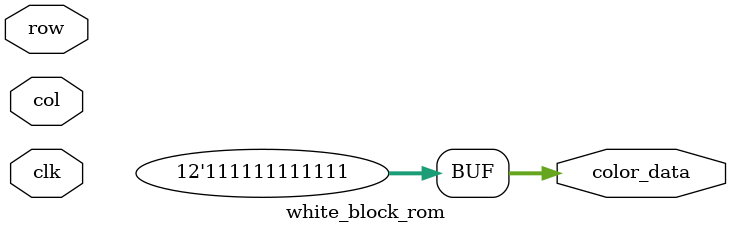
<source format=v>
`timescale 1ns / 1ps

module white_block_rom(
    input wire clk,
	input wire [3:0] row,
	input wire [2:0] col,
	output reg [11:0] color_data
    );
  (* rom_style = "block" *)
  
	reg [3:0] row_reg;
	reg [2:0] col_reg;

	always @(posedge clk)
		begin
		row_reg <= row;
		col_reg <= col;
		end
	always @*
	casez ({row_reg, col_reg})
	7'bzzzzzzz : color_data = 12'b111111111111 ;
	
	endcase
    
    
endmodule

</source>
